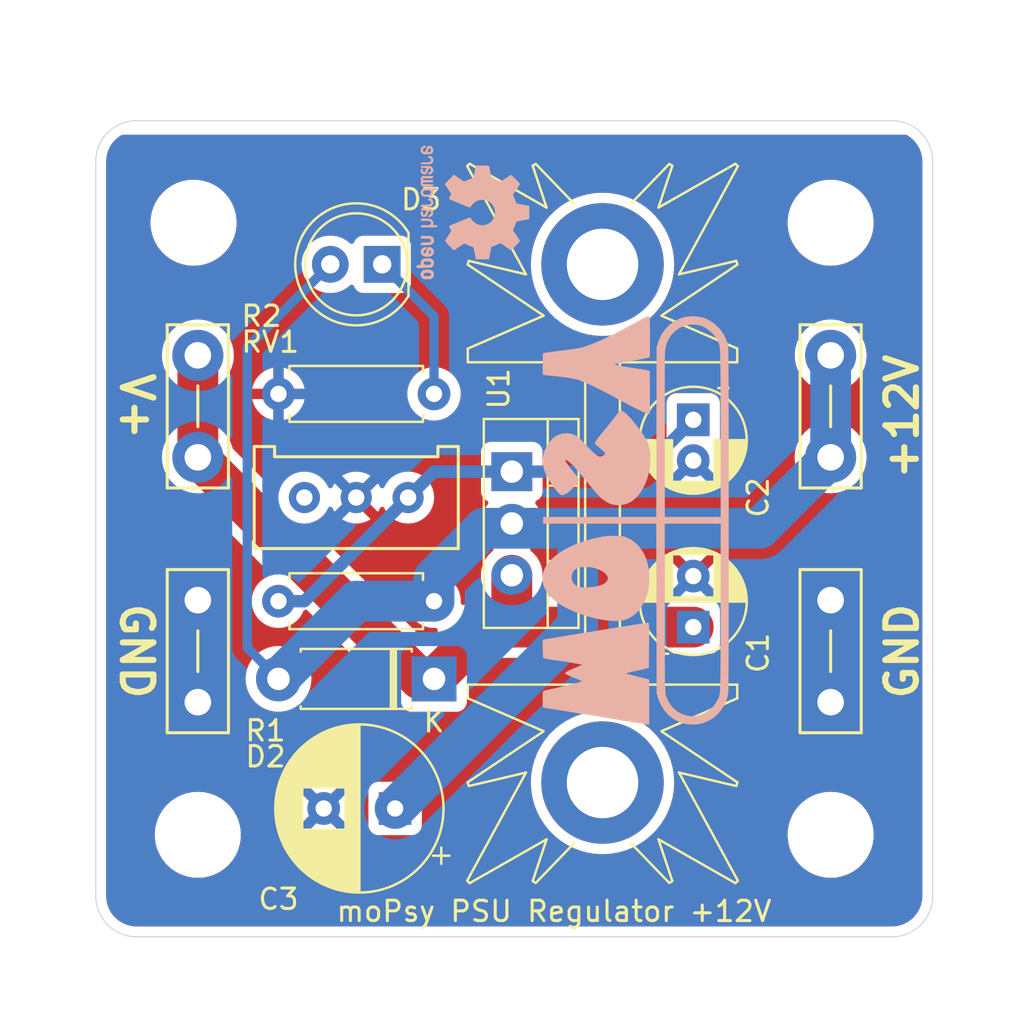
<source format=kicad_pcb>
(kicad_pcb (version 20211014) (generator pcbnew)
  (layers (0 "F.Cu" signal) (31 "B.Cu" signal) (34 "B.Paste" user) (35 "F.Paste" user) (36 "B.SilkS" user "B.Silkscreen") (37 "F.SilkS" user "F.Silkscreen") (38 "B.Mask" user) (39 "F.Mask" user) (44 "Edge.Cuts" user))
  (net 0 "")
  (net 1 "+VDC")
  (net 2 "GND")
  (net 3 "Net-(C2-Pad1)")
  (net 4 "+12V")
  (net 5 "Net-(D3-Pad1)")
  (footprint "Capacitor_THT:CP_Radial_D5.0mm_P2.50mm" (layer "F.Cu") (at 128.27 83.82 90)
    (fp_text reference "C1" (at -1.27 3.175 90) (layer "F.SilkS"))
    (fp_text value "10u")
    (pad "1" thru_hole rect locked (at 0 0 90) (size 1.6 1.6) (drill 0.8) (layers *.Cu *.Mask) (net 1 "+VDC"))
    (pad "2" thru_hole circle locked (at 2.5 0 90) (size 1.6 1.6) (drill 0.8) (layers *.Cu *.Mask) (net 2 "GND"))
  )
  (footprint "Capacitor_THT:CP_Radial_D5.0mm_P2.00mm" (layer "F.Cu") (at 128.27 73.66 -90)
    (fp_text reference "C2" (at 3.81 -3.175 90) (layer "F.SilkS"))
    (fp_text value "25u")
    (pad "1" thru_hole rect locked (at 0 0 270) (size 1.6 1.6) (drill 0.8) (layers *.Cu *.Mask) (net 3 "Net-(C2-Pad1)"))
    (pad "2" thru_hole circle locked (at 2 0 270) (size 1.6 1.6) (drill 0.8) (layers *.Cu *.Mask) (net 2 "GND"))
  )
  (footprint "Capacitor_THT:CP_Radial_D8.0mm_P3.50mm" (layer "F.Cu") (at 113.665 92.71 180)
    (fp_text reference "C3" (at 5.715 -4.445) (layer "F.SilkS"))
    (fp_text value "150u")
    (pad "1" thru_hole rect locked (at 0 0 180) (size 1.6 1.6) (drill 0.8) (layers *.Cu *.Mask) (net 4 "+12V"))
    (pad "2" thru_hole circle locked (at 3.5 0 180) (size 1.6 1.6) (drill 0.8) (layers *.Cu *.Mask) (net 2 "GND"))
  )
  (footprint "moPsy:Connector FS-P475" (layer "F.Cu") (at 104 73 90)
    (fp_text reference "J1" hide)
    (fp_text value "Conn_01x01_Male")
    (pad "1" thru_hole circle locked (at 2.5 0 90) (size 2.5 2.5) (drill 1.3) (layers *.Cu *.Mask) (net 1 "+VDC"))
    (pad "1" thru_hole circle locked (at -2.5 0 90) (size 2.5 2.5) (drill 1.3) (layers *.Cu *.Mask) (net 1 "+VDC"))
  )
  (footprint "moPsy:Connector FS-P475" (layer "F.Cu") (at 104 85 90)
    (fp_text reference "J2" hide)
    (fp_text value "Conn_01x01_Male")
    (pad "1" thru_hole circle locked (at 2.5 0 90) (size 2.5 2.5) (drill 1.3) (layers *.Cu *.Mask) (net 2 "GND"))
    (pad "1" thru_hole circle locked (at -2.5 0 90) (size 2.5 2.5) (drill 1.3) (layers *.Cu *.Mask) (net 2 "GND"))
  )
  (footprint "moPsy:Suntan 3296 Trim Pot" (layer "F.Cu") (at 111.76 77.47 180)
    (fp_text reference "RV1" (at 5.715 7.62) (layer "F.SilkS") (effects (justify left)))
    (fp_text value "1k")
    (pad "1" thru_hole circle locked (at -2.54 0 180) (size 1.524 1.524) (drill 0.8) (layers *.Cu *.Mask) (net 3 "Net-(C2-Pad1)"))
    (pad "2" thru_hole circle locked (at 0 0 180) (size 1.524 1.524) (drill 0.8) (layers *.Cu *.Mask) (net 2 "GND"))
    (pad "3" thru_hole circle locked (at 2.54 0 180) (size 1.524 1.524) (drill 0.8) (layers *.Cu *.Mask))
  )
  (footprint "Package_TO_SOT_THT:TO-220-3_Vertical" (layer "F.Cu") (at 119.38 76.2 -90)
    (fp_text reference "U1" (at -4.060001 0.635 90) (layer "F.SilkS"))
    (fp_text value "LT1084-ADJ")
    (pad "1" thru_hole rect locked (at 0 0 270) (size 1.905 2) (drill 1.1) (layers *.Cu *.Mask) (net 3 "Net-(C2-Pad1)"))
    (pad "2" thru_hole oval locked (at 2.54 0 270) (size 1.905 2) (drill 1.1) (layers *.Cu *.Mask) (net 4 "+12V"))
    (pad "3" thru_hole oval locked (at 5.08 0 270) (size 1.905 2) (drill 1.1) (layers *.Cu *.Mask) (net 1 "+VDC"))
  )
  (footprint "Heatsink:Heatsink_Fischer_SK104-STCB_35x13mm__2xDrill3.5mm_ScrewM3" (layer "F.Cu") (at 123.825 78.74 90)
    (fp_text reference "REF**" hide)
    (fp_text value "Heatsink_Fischer_SK104-STCB_35x13mm__2xDrill3.5mm_ScrewM3")
    (pad "1" thru_hole circle locked (at -12.7 0 270) (size 6 6) (drill 3.5) (layers *.Cu *.Mask))
    (pad "1" thru_hole circle locked (at 12.7 0 90) (size 6 6) (drill 3.5) (layers *.Cu *.Mask))
  )
  (footprint "Resistor_THT:R_Axial_DIN0207_L6.3mm_D2.5mm_P7.62mm_Horizontal" (layer "F.Cu") (at 115.57 82.55 180)
    (fp_text reference "R1" (at 8.255 -6.35) (layer "F.SilkS"))
    (fp_text value "100R")
    (pad "1" thru_hole circle locked (at 0 0 180) (size 1.6 1.6) (drill 0.8) (layers *.Cu *.Mask) (net 4 "+12V"))
    (pad "2" thru_hole oval locked (at 7.62 0 180) (size 1.6 1.6) (drill 0.8) (layers *.Cu *.Mask) (net 3 "Net-(C2-Pad1)"))
  )
  (footprint "Resistor_THT:R_Axial_DIN0207_L6.3mm_D2.5mm_P7.62mm_Horizontal" (layer "F.Cu") (at 115.57 72.39 180)
    (fp_text reference "R2" (at 9.525 3.81) (layer "F.SilkS") (effects (justify left)))
    (fp_text value "480R")
    (pad "1" thru_hole circle locked (at 0 0 180) (size 1.6 1.6) (drill 0.8) (layers *.Cu *.Mask) (net 5 "Net-(D3-Pad1)"))
    (pad "2" thru_hole oval locked (at 7.62 0 180) (size 1.6 1.6) (drill 0.8) (layers *.Cu *.Mask) (net 2 "GND"))
  )
  (footprint "MountingHole:MountingHole_3.2mm_M3" (layer "F.Cu") (at 103.79 64)
    (fp_text reference "REF**" hide)
    (fp_text value "MountingHole_3.2mm_M3")
    (pad "" np_thru_hole circle locked (at 0 0) (size 3.2 3.2) (drill 3.2) (layers *.Cu *.Mask))
  )
  (footprint "MountingHole:MountingHole_3.2mm_M3" (layer "F.Cu") (at 135 64)
    (fp_text reference "REF**" hide)
    (fp_text value "MountingHole_3.2mm_M3")
    (pad "" np_thru_hole circle locked (at 0 0) (size 3.2 3.2) (drill 3.2) (layers *.Cu *.Mask))
  )
  (footprint "MountingHole:MountingHole_3.2mm_M3" (layer "F.Cu") (at 104 94)
    (fp_text reference "REF**" hide)
    (fp_text value "MountingHole_3.2mm_M3")
    (pad "" np_thru_hole circle locked (at 0 0) (size 3.2 3.2) (drill 3.2) (layers *.Cu *.Mask))
  )
  (footprint "Diode_THT:D_DO-41_SOD81_P7.62mm_Horizontal" (layer "F.Cu") (at 115.57 86.36 180)
    (fp_text reference "D2" (at 8.255 -3.81) (layer "F.SilkS"))
    (fp_text value "1N4002")
    (fp_text user "K" (at 0 -2.1) (layer "F.SilkS"))
    (pad "1" thru_hole rect locked (at 0 0 180) (size 2.2 2.2) (drill 1.1) (layers *.Cu *.Mask) (net 1 "+VDC"))
    (pad "2" thru_hole oval locked (at 7.62 0 180) (size 2.2 2.2) (drill 1.1) (layers *.Cu *.Mask) (net 4 "+12V"))
  )
  (footprint "MountingHole:MountingHole_3.2mm_M3" (layer "F.Cu") (at 135 94)
    (fp_text reference "REF**" hide)
    (fp_text value "MountingHole_3.2mm_M3")
    (pad "" np_thru_hole circle locked (at 0 0) (size 3.2 3.2) (drill 3.2) (layers *.Cu *.Mask))
  )
  (footprint "moPsy:Connector FS-P475" (layer "F.Cu") (at 135 85 90)
    (fp_text reference "J4" hide)
    (fp_text value "Conn_01x01_Male")
    (pad "1" thru_hole circle locked (at -2.5 0 90) (size 2.5 2.5) (drill 1.3) (layers *.Cu *.Mask) (net 2 "GND"))
    (pad "1" thru_hole circle locked (at 2.5 0 90) (size 2.5 2.5) (drill 1.3) (layers *.Cu *.Mask) (net 2 "GND"))
  )
  (footprint "moPsy:Connector FS-P475" (layer "F.Cu") (at 135 73 90)
    (fp_text reference "J3" hide)
    (fp_text value "Conn_01x01_Male")
    (pad "1" thru_hole circle locked (at -2.5 0 90) (size 2.5 2.5) (drill 1.3) (layers *.Cu *.Mask) (net 4 "+12V"))
    (pad "1" thru_hole circle locked (at 2.5 0 90) (size 2.5 2.5) (drill 1.3) (layers *.Cu *.Mask) (net 4 "+12V"))
  )
  (footprint "LED_THT:LED_D5.0mm" (layer "F.Cu") (at 113.03 66.04 180)
    (fp_text reference "D3" (at -1.905 3.175) (layer "F.SilkS"))
    (fp_text value "rt")
    (pad "1" thru_hole rect locked (at 0 0 180) (size 1.8 1.8) (drill 0.9) (layers *.Cu *.Mask) (net 5 "Net-(D3-Pad1)"))
    (pad "2" thru_hole circle locked (at 2.54 0 180) (size 1.8 1.8) (drill 0.9) (layers *.Cu *.Mask) (net 4 "+12V"))
  )
  (footprint "moPsy_KiCad:moPsy_logo_kicad_20x09_FSilk" (layer "B.Cu") (at 125.45 78.6 90)
    (fp_text reference "Ref**" hide)
    (fp_text value "Val**" hide)
  )
  (footprint "Symbol:OSHW-Logo2_7.3x6mm_SilkScreen" (layer "B.Cu") (at 117.475 63.5 90)
    (fp_text reference "REF**" hide)
    (fp_text value "OSHW-Logo2_7.3x6mm_SilkScreen" hide)
  )
  (gr_line (start 99 97) (end 99 61) (layer "Edge.Cuts") (width 0.05))
  (gr_line (start 101 59) (end 138 59) (layer "Edge.Cuts") (width 0.05))
  (gr_arc (start 99 61) (mid 99.585786 59.585786) (end 101 59) (layer "Edge.Cuts") (width 0.05))
  (gr_arc (start 140 97) (mid 139.414214 98.414214) (end 138 99) (layer "Edge.Cuts") (width 0.05))
  (gr_line (start 140 61) (end 140 97) (layer "Edge.Cuts") (width 0.05))
  (gr_arc (start 138 59) (mid 139.414214 59.585786) (end 140 61) (layer "Edge.Cuts") (width 0.05))
  (gr_line (start 138 99) (end 101 99) (layer "Edge.Cuts") (width 0.05))
  (gr_arc (start 101 99) (mid 99.585786 98.414214) (end 99 97) (layer "Edge.Cuts") (width 0.05))
  (gr_text "GND" (at 101 85 270) (layer "F.SilkS") (effects (font (size 1.5 1.5) (thickness 0.3))))
  (gr_text "V+" (at 101 73 -90) (layer "F.SilkS") (effects (font (size 1.5 1.5) (thickness 0.3))))
  (gr_text "moPsy PSU Regulator +12V" (at 121.45 97.75) (layer "F.SilkS") (effects (font (size 1 1))))
  (gr_text "+12V" (at 138.5 73.5 90) (layer "F.SilkS") (effects (font (size 1.5 1.5) (thickness 0.3))))
  (gr_text "GND" (at 138.5 85 90) (layer "F.SilkS") (effects (font (size 1.5 1.5) (thickness 0.3))))
  (segment (start 104 75.5) (end 104 70.5) (width 2) (layer "F.Cu") (net 1))
  (segment (start 115.57 86.36) (end 114.86 86.36) (width 2) (layer "F.Cu") (net 1))
  (segment (start 128.27 83.82) (end 119.38 83.82) (width 2) (layer "F.Cu") (net 1))
  (segment (start 114.86 86.36) (end 104 75.5) (width 2) (layer "F.Cu") (net 1))
  (segment (start 118.11 83.82) (end 115.57 86.36) (width 2) (layer "F.Cu") (net 1))
  (segment (start 119.38 83.82) (end 118.11 83.82) (width 2) (layer "F.Cu") (net 1))
  (segment (start 119.38 81.28) (end 119.38 83.82) (width 2) (layer "F.Cu") (net 1))
  (segment (start 125.73 76.2) (end 128.27 73.66) (width 0.6096) (layer "B.Cu") (net 3))
  (segment (start 119.38 76.2) (end 115.57 76.2) (width 0.6096) (layer "B.Cu") (net 3))
  (segment (start 119.38 76.2) (end 125.73 76.2) (width 0.6096) (layer "B.Cu") (net 3))
  (segment (start 107.95 82.55) (end 109.22 82.55) (width 0.6096) (layer "B.Cu") (net 3))
  (segment (start 115.57 76.2) (end 114.3 77.47) (width 0.6096) (layer "B.Cu") (net 3))
  (segment (start 109.22 82.55) (end 114.3 77.47) (width 0.6096) (layer "B.Cu") (net 3))
  (segment (start 135 70.5) (end 135 75.5) (width 2) (layer "B.Cu") (net 4))
  (segment (start 113.665 92.71) (end 122.610001 83.764999) (width 2) (layer "B.Cu") (net 4))
  (segment (start 131.525191 78.974809) (end 122.955191 78.974809) (width 2) (layer "B.Cu") (net 4))
  (segment (start 107.95 86.36) (end 106.421399 84.831399) (width 0.4572) (layer "B.Cu") (net 4))
  (segment (start 135 75.5) (end 131.525191 78.974809) (width 2) (layer "B.Cu") (net 4))
  (segment (start 111.76 82.55) (end 115.57 82.55) (width 2) (layer "B.Cu") (net 4))
  (segment (start 106.421399 70.108601) (end 106.421399 84.831399) (width 0.4572) (layer "B.Cu") (net 4))
  (segment (start 109.22 67.31) (end 106.421399 70.108601) (width 0.4572) (layer "B.Cu") (net 4))
  (segment (start 107.95 86.36) (end 111.76 82.55) (width 2) (layer "B.Cu") (net 4))
  (segment (start 122.610001 83.764999) (end 122.610001 79.319999) (width 2) (layer "B.Cu") (net 4))
  (segment (start 122.610001 79.319999) (end 122.955191 78.974809) (width 2) (layer "B.Cu") (net 4))
  (segment (start 115.57 81.41863) (end 118.01382 78.97481) (width 2) (layer "B.Cu") (net 4))
  (segment (start 110.49 66.04) (end 109.22 67.31) (width 0.4572) (layer "B.Cu") (net 4))
  (segment (start 122.955191 78.974809) (end 119.38 78.974809) (width 2) (layer "B.Cu") (net 4))
  (segment (start 115.57 82.55) (end 115.57 81.41863) (width 2) (layer "B.Cu") (net 4))
  (segment (start 118.01382 78.97481) (end 119.38 78.97481) (width 2) (layer "B.Cu") (net 4))
  (segment (start 115.57 72.39) (end 115.57 68.58) (width 0.4572) (layer "B.Cu") (net 5))
  (segment (start 115.57 68.58) (end 113.03 66.04) (width 0.4572) (layer "B.Cu") (net 5))
  (zone (net 2) (net_name "GND") (layer "F.Cu") (connect_pads (clearance 0.508)) (min_thickness 0.254) (fill yes (thermal_gap 0.508) (thermal_bridge_width 0.508))
    (polygon (pts (xy 139.7 99.06) (xy 99.06 99.06) (xy 99.06 59.69) (xy 139.7 59.69)))
  )
  (zone (net 2) (net_name "GND") (layer "B.Cu") (connect_pads (clearance 0.508)) (min_thickness 0.254) (fill yes (thermal_gap 0.508) (thermal_bridge_width 0.508))
    (polygon (pts (xy 139.7 99.06) (xy 99.06 99.06) (xy 99.06 59.69) (xy 139.7 59.69)))
  )
)
</source>
